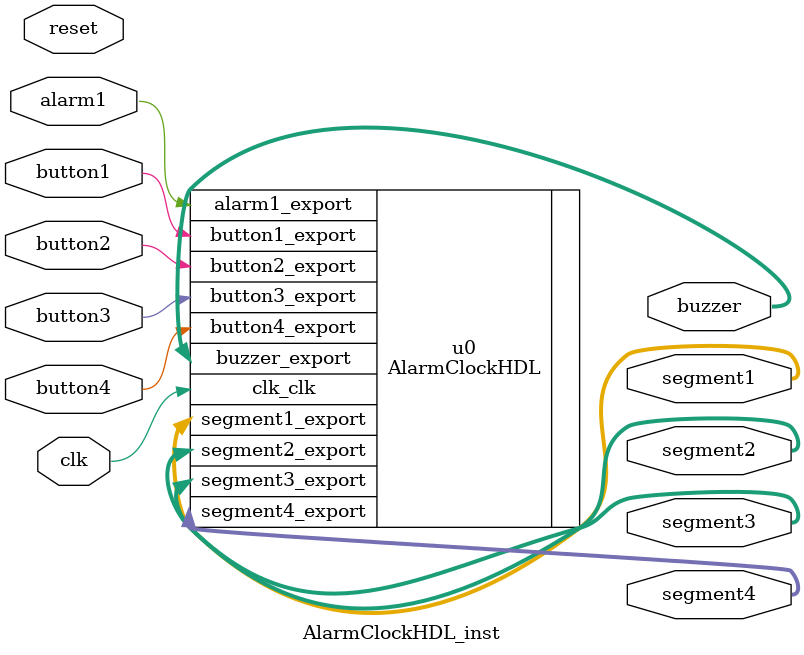
<source format=v>
module AlarmClockHDL_inst (
input 
clk,
reset,
button1,
button2,
button3,
button4,
alarm1,

output [1:0] buzzer,
output [6:0] segment1,
output [6:0] segment2,
output [6:0] segment3,
output [6:0] segment4




);

	AlarmClockHDL u0 (
		.alarm1_export   (alarm1),   //   alarm1.export
		.button1_export  (button1),  //  button1.export
		.button2_export  (button2),  //  button2.export
		.button3_export  (button3),  //  button3.export
		.button4_export  (button4),  //  button4.export
		.buzzer_export   (buzzer),   //   buzzer.export
		.clk_clk         (clk),         //      clk.clk
		.segment1_export (segment1), // segment1.export
		.segment2_export (segment2), // segment2.export
		.segment3_export (segment3), // segment3.export
		.segment4_export (segment4)  // segment4.export
	);

endmodule

</source>
